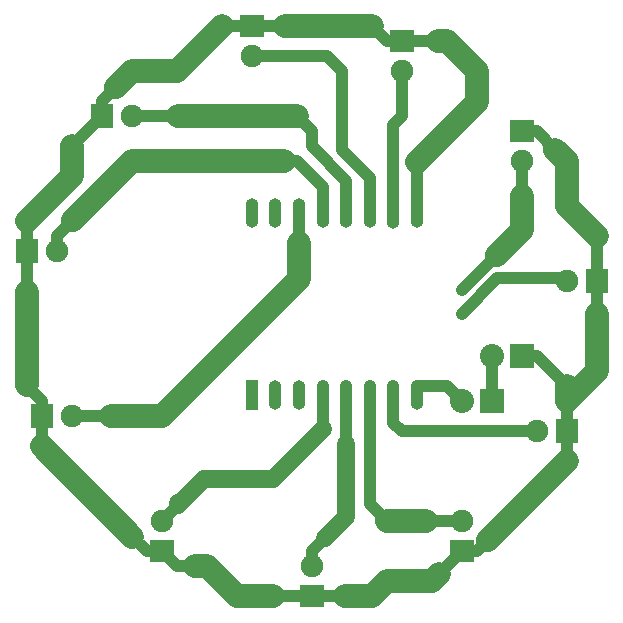
<source format=gbr>
G04 #@! TF.FileFunction,Copper,L2,Bot,Signal*
%FSLAX46Y46*%
G04 Gerber Fmt 4.6, Leading zero omitted, Abs format (unit mm)*
G04 Created by KiCad (PCBNEW 4.0.2+dfsg1-stable) date Fri 13 Jan 2017 03:15:25 PM EST*
%MOMM*%
G01*
G04 APERTURE LIST*
%ADD10C,0.100000*%
%ADD11R,2.000000X1.900000*%
%ADD12C,1.900000*%
%ADD13R,1.900000X2.000000*%
%ADD14R,1.100000X2.500000*%
%ADD15O,1.100000X2.500000*%
%ADD16R,2.032000X2.032000*%
%ADD17O,2.032000X2.032000*%
%ADD18C,0.600000*%
%ADD19C,1.500000*%
%ADD20C,1.000000*%
%ADD21C,2.000000*%
%ADD22C,0.250000*%
G04 APERTURE END LIST*
D10*
D11*
X30590000Y-63110000D03*
D12*
X30590000Y-60570000D03*
D11*
X43290000Y-66920000D03*
D12*
X43290000Y-64380000D03*
D11*
X55990000Y-63110000D03*
D12*
X55990000Y-60570000D03*
D13*
X64880000Y-52950000D03*
D12*
X62340000Y-52950000D03*
D13*
X67420000Y-40250000D03*
D12*
X64880000Y-40250000D03*
D11*
X61070000Y-27550000D03*
D12*
X61070000Y-30090000D03*
D13*
X20430000Y-51680000D03*
D12*
X22970000Y-51680000D03*
D13*
X19160000Y-37710000D03*
D12*
X21700000Y-37710000D03*
D13*
X25510000Y-26280000D03*
D12*
X28050000Y-26280000D03*
D11*
X38210000Y-18660000D03*
D12*
X38210000Y-21200000D03*
D11*
X50910000Y-19930000D03*
D12*
X50910000Y-22470000D03*
D14*
X38210000Y-49840000D03*
D15*
X40210000Y-49840000D03*
X42210000Y-49840000D03*
X44210000Y-49840000D03*
X46210000Y-49840000D03*
X48210000Y-49840000D03*
X50210000Y-49840000D03*
X52210000Y-49840000D03*
X52210000Y-34440000D03*
X50210000Y-34540000D03*
X48210000Y-34440000D03*
X46210000Y-34440000D03*
X44210000Y-34440000D03*
X42210000Y-34440000D03*
X40210000Y-34440000D03*
X38210000Y-34440000D03*
D16*
X58530000Y-50410000D03*
D17*
X55990000Y-50410000D03*
D16*
X61070000Y-46600000D03*
D17*
X58530000Y-46600000D03*
D18*
X56000000Y-43000000D03*
X56000000Y-41000000D03*
D19*
X44210000Y-52790000D02*
X40000000Y-57000000D01*
X40000000Y-57000000D02*
X34160000Y-57000000D01*
X34160000Y-57000000D02*
X32160000Y-59000000D01*
X32160000Y-59000000D02*
X32000000Y-59000000D01*
X32000000Y-59000000D02*
X32000000Y-59160000D01*
D20*
X44210000Y-49140000D02*
X44210000Y-52790000D01*
X34160000Y-57000000D02*
X32000000Y-59160000D01*
X32000000Y-59160000D02*
X30590000Y-60570000D01*
X40000000Y-57000000D02*
X34160000Y-57000000D01*
D19*
X46210000Y-54000000D02*
X46210000Y-60190000D01*
X46210000Y-60190000D02*
X44400000Y-62000000D01*
D20*
X43290000Y-64380000D02*
X43290000Y-63110000D01*
X46210000Y-54000000D02*
X46210000Y-49140000D01*
X43290000Y-63110000D02*
X44400000Y-62000000D01*
X44400000Y-62000000D02*
X46210000Y-60190000D01*
D21*
X53000000Y-60570000D02*
X49640000Y-60570000D01*
D20*
X48210000Y-49140000D02*
X48210000Y-59140000D01*
X53000000Y-60570000D02*
X55990000Y-60570000D01*
X48210000Y-59140000D02*
X49640000Y-60570000D01*
X50210000Y-49140000D02*
X50210000Y-52250000D01*
X50910000Y-52950000D02*
X62340000Y-52950000D01*
X50210000Y-52250000D02*
X50910000Y-52950000D01*
X65000000Y-40000000D02*
X64880000Y-40250000D01*
X59000000Y-40000000D02*
X65000000Y-40000000D01*
X56000000Y-43000000D02*
X59000000Y-40000000D01*
D21*
X61070000Y-33000000D02*
X61070000Y-35930000D01*
X61070000Y-35930000D02*
X59000000Y-38000000D01*
D20*
X61070000Y-30090000D02*
X61070000Y-33000000D01*
X61070000Y-35930000D02*
X59000000Y-38000000D01*
X59000000Y-38000000D02*
X56000000Y-41000000D01*
D21*
X42210000Y-37000000D02*
X42210000Y-40060000D01*
X42210000Y-40060000D02*
X30590000Y-51680000D01*
X30590000Y-51680000D02*
X26320000Y-51680000D01*
D20*
X22970000Y-51680000D02*
X26320000Y-51680000D01*
X26320000Y-51680000D02*
X30590000Y-51680000D01*
X42210000Y-37000000D02*
X42210000Y-35140000D01*
X30590000Y-51680000D02*
X42210000Y-40060000D01*
D21*
X23070000Y-35070000D02*
X28050000Y-30090000D01*
X28050000Y-30090000D02*
X40910000Y-30090000D01*
D20*
X44210000Y-35140000D02*
X44210000Y-32280000D01*
X23070000Y-35070000D02*
X21700000Y-36440000D01*
X42020000Y-30090000D02*
X40910000Y-30090000D01*
X40910000Y-30090000D02*
X28050000Y-30090000D01*
X44210000Y-32280000D02*
X42020000Y-30090000D01*
X21700000Y-36440000D02*
X21700000Y-37710000D01*
D21*
X32000000Y-26280000D02*
X42020000Y-26280000D01*
D20*
X46210000Y-35140000D02*
X46210000Y-31740000D01*
X32000000Y-26280000D02*
X28050000Y-26280000D01*
X43290000Y-27550000D02*
X42020000Y-26280000D01*
X43290000Y-28820000D02*
X43290000Y-27550000D01*
X46210000Y-31740000D02*
X43290000Y-28820000D01*
D22*
X45830000Y-35170000D02*
X46210000Y-35140000D01*
D20*
X48210000Y-35140000D02*
X48210000Y-31520000D01*
X44560000Y-21200000D02*
X38210000Y-21200000D01*
X45830000Y-22470000D02*
X44560000Y-21200000D01*
X45830000Y-29140000D02*
X45830000Y-22470000D01*
X48210000Y-31520000D02*
X45830000Y-29140000D01*
X50210000Y-35140000D02*
X50210000Y-26980000D01*
X50910000Y-26280000D02*
X50910000Y-22470000D01*
X50210000Y-26980000D02*
X50910000Y-26280000D01*
X52210000Y-49140000D02*
X54720000Y-49140000D01*
X54720000Y-49140000D02*
X55990000Y-50410000D01*
D21*
X19160000Y-49000000D02*
X19160000Y-41160000D01*
D20*
X20430000Y-50410000D02*
X19160000Y-49140000D01*
X19160000Y-41160000D02*
X19160000Y-37710000D01*
X19160000Y-49140000D02*
X19160000Y-49000000D01*
X20430000Y-51680000D02*
X20430000Y-50410000D01*
D21*
X54000000Y-19930000D02*
X54720000Y-19930000D01*
X54720000Y-19930000D02*
X57260000Y-22470000D01*
X57260000Y-22470000D02*
X57260000Y-25070000D01*
X57260000Y-25070000D02*
X52210000Y-30120000D01*
X41000000Y-18660000D02*
X48370000Y-18660000D01*
X26760000Y-23760000D02*
X28050000Y-22470000D01*
X28050000Y-22470000D02*
X31860000Y-22470000D01*
X31860000Y-22470000D02*
X35670000Y-18660000D01*
X19160000Y-35170000D02*
X22970000Y-31360000D01*
X22970000Y-31360000D02*
X22970000Y-28820000D01*
X28105000Y-61895000D02*
X20430000Y-54220000D01*
X40000000Y-66920000D02*
X36940000Y-66920000D01*
X36940000Y-66920000D02*
X34400000Y-64380000D01*
X34400000Y-64380000D02*
X33380000Y-64380000D01*
X54050000Y-65050000D02*
X53450000Y-65650000D01*
X53450000Y-65650000D02*
X49640000Y-65650000D01*
X49640000Y-65650000D02*
X48370000Y-66920000D01*
X48370000Y-66920000D02*
X46080000Y-66920000D01*
X58185000Y-62185000D02*
X64880000Y-55490000D01*
X67420000Y-43000000D02*
X67420000Y-47870000D01*
X67420000Y-47870000D02*
X64880000Y-50410000D01*
X64880000Y-50410000D02*
X64880000Y-49140000D01*
X63895000Y-29105000D02*
X64880000Y-30090000D01*
X64880000Y-30090000D02*
X64880000Y-33900000D01*
X64880000Y-33900000D02*
X67420000Y-36440000D01*
D20*
X64880000Y-49140000D02*
X64880000Y-52950000D01*
X62340000Y-46600000D02*
X64880000Y-49140000D01*
X61070000Y-46600000D02*
X62340000Y-46600000D01*
X64880000Y-52950000D02*
X64880000Y-50410000D01*
X67420000Y-43000000D02*
X67420000Y-40250000D01*
X64880000Y-50410000D02*
X67420000Y-47870000D01*
X67420000Y-40250000D02*
X67420000Y-36440000D01*
X67420000Y-36440000D02*
X64880000Y-33900000D01*
X64880000Y-33900000D02*
X64880000Y-30090000D01*
X63895000Y-29105000D02*
X62340000Y-27550000D01*
X62340000Y-27550000D02*
X61070000Y-27550000D01*
X38210000Y-18660000D02*
X41000000Y-18660000D01*
X49640000Y-19930000D02*
X50910000Y-19930000D01*
X48370000Y-18660000D02*
X49640000Y-19930000D01*
X25510000Y-26280000D02*
X25510000Y-25010000D01*
X35670000Y-18660000D02*
X38210000Y-18660000D01*
X31860000Y-22470000D02*
X35670000Y-18660000D01*
X28050000Y-22470000D02*
X31860000Y-22470000D01*
X25510000Y-25010000D02*
X26760000Y-23760000D01*
X19160000Y-37710000D02*
X19160000Y-35170000D01*
X22970000Y-28820000D02*
X25510000Y-26280000D01*
X22970000Y-31360000D02*
X22970000Y-28820000D01*
X30590000Y-63110000D02*
X29320000Y-63110000D01*
X20430000Y-54220000D02*
X20430000Y-51680000D01*
X29320000Y-63110000D02*
X28105000Y-61895000D01*
X43290000Y-66920000D02*
X40000000Y-66920000D01*
X31860000Y-64380000D02*
X30590000Y-63110000D01*
X34400000Y-64380000D02*
X33380000Y-64380000D01*
X33380000Y-64380000D02*
X31860000Y-64380000D01*
X36940000Y-66920000D02*
X34400000Y-64380000D01*
X55990000Y-63110000D02*
X54050000Y-65050000D01*
X48370000Y-66920000D02*
X46080000Y-66920000D01*
X46080000Y-66920000D02*
X43290000Y-66920000D01*
X49640000Y-65650000D02*
X48370000Y-66920000D01*
X53450000Y-65650000D02*
X49640000Y-65650000D01*
X64880000Y-52950000D02*
X64880000Y-55490000D01*
X57260000Y-63110000D02*
X55990000Y-63110000D01*
X58185000Y-62185000D02*
X57260000Y-63110000D01*
X52210000Y-35140000D02*
X52210000Y-30120000D01*
X52210000Y-30120000D02*
X57260000Y-25070000D01*
X57260000Y-25070000D02*
X57260000Y-22470000D01*
X57260000Y-22470000D02*
X54720000Y-19930000D01*
X54000000Y-19930000D02*
X50910000Y-19930000D01*
X58530000Y-50410000D02*
X58530000Y-46600000D01*
M02*

</source>
